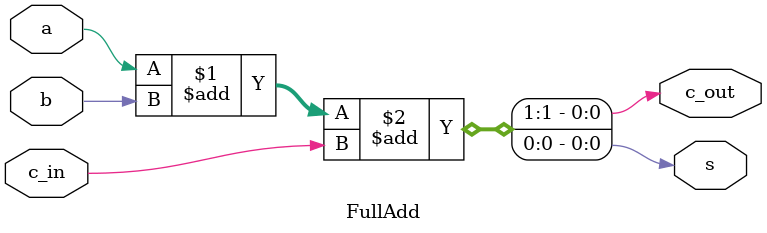
<source format=v>
module FullAdd (
	input wire a,
	input wire b,
	input wire c_in,
	output wire s,
	output wire c_out
);

assign {c_out, s} = a + b + c_in;

endmodule


</source>
